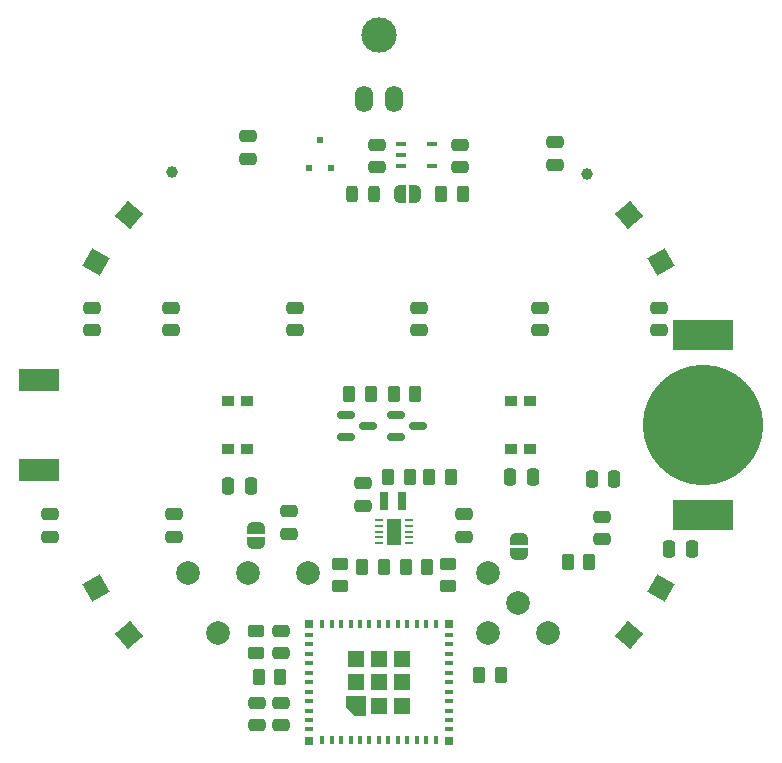
<source format=gbr>
%TF.GenerationSoftware,KiCad,Pcbnew,(6.0.7-1)-1*%
%TF.CreationDate,2022-12-12T20:47:58-08:00*%
%TF.ProjectId,ChristmasCountdown2022,43687269-7374-46d6-9173-436f756e7464,rev?*%
%TF.SameCoordinates,Original*%
%TF.FileFunction,Soldermask,Bot*%
%TF.FilePolarity,Negative*%
%FSLAX46Y46*%
G04 Gerber Fmt 4.6, Leading zero omitted, Abs format (unit mm)*
G04 Created by KiCad (PCBNEW (6.0.7-1)-1) date 2022-12-12 20:47:58*
%MOMM*%
%LPD*%
G01*
G04 APERTURE LIST*
G04 Aperture macros list*
%AMRoundRect*
0 Rectangle with rounded corners*
0 $1 Rounding radius*
0 $2 $3 $4 $5 $6 $7 $8 $9 X,Y pos of 4 corners*
0 Add a 4 corners polygon primitive as box body*
4,1,4,$2,$3,$4,$5,$6,$7,$8,$9,$2,$3,0*
0 Add four circle primitives for the rounded corners*
1,1,$1+$1,$2,$3*
1,1,$1+$1,$4,$5*
1,1,$1+$1,$6,$7*
1,1,$1+$1,$8,$9*
0 Add four rect primitives between the rounded corners*
20,1,$1+$1,$2,$3,$4,$5,0*
20,1,$1+$1,$4,$5,$6,$7,0*
20,1,$1+$1,$6,$7,$8,$9,0*
20,1,$1+$1,$8,$9,$2,$3,0*%
%AMRotRect*
0 Rectangle, with rotation*
0 The origin of the aperture is its center*
0 $1 length*
0 $2 width*
0 $3 Rotation angle, in degrees counterclockwise*
0 Add horizontal line*
21,1,$1,$2,0,0,$3*%
%AMFreePoly0*
4,1,22,0.500000,-0.750000,0.000000,-0.750000,0.000000,-0.745033,-0.079941,-0.743568,-0.215256,-0.701293,-0.333266,-0.622738,-0.424486,-0.514219,-0.481581,-0.384460,-0.499164,-0.250000,-0.500000,-0.250000,-0.500000,0.250000,-0.499164,0.250000,-0.499963,0.256109,-0.478152,0.396186,-0.417904,0.524511,-0.324060,0.630769,-0.204165,0.706417,-0.067858,0.745374,0.000000,0.744959,0.000000,0.750000,
0.500000,0.750000,0.500000,-0.750000,0.500000,-0.750000,$1*%
%AMFreePoly1*
4,1,20,0.000000,0.744959,0.073905,0.744508,0.209726,0.703889,0.328688,0.626782,0.421226,0.519385,0.479903,0.390333,0.500000,0.250000,0.500000,-0.250000,0.499851,-0.262216,0.476331,-0.402017,0.414519,-0.529596,0.319384,-0.634700,0.198574,-0.708877,0.061801,-0.746166,0.000000,-0.745033,0.000000,-0.750000,-0.500000,-0.750000,-0.500000,0.750000,0.000000,0.750000,0.000000,0.744959,
0.000000,0.744959,$1*%
G04 Aperture macros list end*
%ADD10C,0.010000*%
%ADD11C,3.000000*%
%ADD12O,1.524000X2.240000*%
%ADD13RoundRect,0.250000X0.262500X0.450000X-0.262500X0.450000X-0.262500X-0.450000X0.262500X-0.450000X0*%
%ADD14RoundRect,0.250000X0.475000X-0.250000X0.475000X0.250000X-0.475000X0.250000X-0.475000X-0.250000X0*%
%ADD15RoundRect,0.250000X0.250000X0.475000X-0.250000X0.475000X-0.250000X-0.475000X0.250000X-0.475000X0*%
%ADD16RotRect,1.700000X1.700000X240.000000*%
%ADD17RoundRect,0.250000X-0.450000X0.262500X-0.450000X-0.262500X0.450000X-0.262500X0.450000X0.262500X0*%
%ADD18RoundRect,0.150000X-0.587500X-0.150000X0.587500X-0.150000X0.587500X0.150000X-0.587500X0.150000X0*%
%ADD19RotRect,1.700000X1.700000X50.000000*%
%ADD20RoundRect,0.250000X-0.250000X-0.475000X0.250000X-0.475000X0.250000X0.475000X-0.250000X0.475000X0*%
%ADD21RotRect,1.700000X1.700000X60.000000*%
%ADD22C,1.000000*%
%ADD23RotRect,1.700000X1.700000X300.000000*%
%ADD24FreePoly0,180.000000*%
%ADD25FreePoly1,180.000000*%
%ADD26RoundRect,0.250000X-0.475000X0.250000X-0.475000X-0.250000X0.475000X-0.250000X0.475000X0.250000X0*%
%ADD27RotRect,1.700000X1.700000X310.000000*%
%ADD28R,0.800000X0.400000*%
%ADD29R,0.400000X0.800000*%
%ADD30R,1.450000X1.450000*%
%ADD31R,0.700000X0.700000*%
%ADD32FreePoly1,270.000000*%
%ADD33FreePoly0,270.000000*%
%ADD34R,3.403600X1.843799*%
%ADD35C,2.000000*%
%ADD36R,0.508000X0.504800*%
%ADD37R,0.921499X0.431800*%
%ADD38R,0.800000X1.500000*%
%ADD39R,1.000000X0.900000*%
%ADD40RoundRect,0.250000X-0.262500X-0.450000X0.262500X-0.450000X0.262500X0.450000X-0.262500X0.450000X0*%
%ADD41R,5.100000X2.500000*%
%ADD42C,10.200000*%
%ADD43FreePoly0,90.000000*%
%ADD44FreePoly1,90.000000*%
%ADD45RoundRect,0.243750X-0.243750X-0.456250X0.243750X-0.456250X0.243750X0.456250X-0.243750X0.456250X0*%
%ADD46RotRect,1.700000X1.700000X230.000000*%
%ADD47R,0.711200X0.254000*%
%ADD48R,1.295400X2.200000*%
G04 APERTURE END LIST*
%TO.C,U2*%
G36*
X148850000Y-124560000D02*
G01*
X147860000Y-124560000D01*
X147200000Y-123900000D01*
X147200000Y-122910000D01*
X148850000Y-122910000D01*
X148850000Y-124560000D01*
G37*
D10*
X148850000Y-124560000D02*
X147860000Y-124560000D01*
X147200000Y-123900000D01*
X147200000Y-122910000D01*
X148850000Y-122910000D01*
X148850000Y-124560000D01*
%TD*%
D11*
%TO.C,U4*%
X150000000Y-67000000D03*
%TD*%
D12*
%TO.C,J1*%
X148730000Y-72378010D03*
X151270000Y-72378010D03*
%TD*%
D13*
%TO.C,R8*%
X167815900Y-111582200D03*
X165990900Y-111582200D03*
%TD*%
D14*
%TO.C,C9*%
X163675000Y-91950000D03*
X163675000Y-90050000D03*
%TD*%
D15*
%TO.C,C10*%
X176464000Y-110490000D03*
X174564000Y-110490000D03*
%TD*%
D16*
%TO.C,J5*%
X173920000Y-113810000D03*
%TD*%
D14*
%TO.C,C11*%
X173675000Y-91950000D03*
X173675000Y-90050000D03*
%TD*%
D17*
%TO.C,R7*%
X146675000Y-111787500D03*
X146675000Y-113612500D03*
%TD*%
D18*
%TO.C,Q2*%
X151437500Y-101000000D03*
X151437500Y-99100000D03*
X153312500Y-100050000D03*
%TD*%
D19*
%TO.C,J6*%
X128840000Y-82240000D03*
%TD*%
D20*
%TO.C,C17*%
X161110000Y-104350000D03*
X163010000Y-104350000D03*
%TD*%
D21*
%TO.C,J8*%
X126080000Y-86190000D03*
%TD*%
D22*
%TO.C,FID3*%
X132500000Y-78600000D03*
%TD*%
D14*
%TO.C,C25*%
X148640800Y-106817200D03*
X148640800Y-104917200D03*
%TD*%
D23*
%TO.C,J2*%
X173920000Y-86190000D03*
%TD*%
D24*
%TO.C,JP3*%
X153075400Y-80441800D03*
D25*
X151775400Y-80441800D03*
%TD*%
D26*
%TO.C,C2*%
X142425000Y-107300000D03*
X142425000Y-109200000D03*
%TD*%
D27*
%TO.C,J13*%
X128840000Y-117760000D03*
%TD*%
D13*
%TO.C,R1*%
X157087500Y-80441800D03*
X155262500Y-80441800D03*
%TD*%
D14*
%TO.C,C12*%
X125675000Y-91950000D03*
X125675000Y-90050000D03*
%TD*%
D28*
%TO.C,U2*%
X144100000Y-125760000D03*
X144100000Y-124960000D03*
X144100000Y-124160000D03*
X144100000Y-123360000D03*
X144100000Y-122560000D03*
X144100000Y-121760000D03*
X144100000Y-120960000D03*
X144100000Y-120160000D03*
X144100000Y-119360000D03*
X144100000Y-118560000D03*
X144100000Y-117760000D03*
D29*
X145200000Y-116860000D03*
X146000000Y-116860000D03*
X146800000Y-116860000D03*
X147600000Y-116860000D03*
X148400000Y-116860000D03*
X149200000Y-116860000D03*
X150000000Y-116860000D03*
X150800000Y-116860000D03*
X151600000Y-116860000D03*
X152400000Y-116860000D03*
X153200000Y-116860000D03*
X154000000Y-116860000D03*
X154800000Y-116860000D03*
D28*
X155900000Y-117760000D03*
X155900000Y-118560000D03*
X155900000Y-119360000D03*
X155900000Y-120160000D03*
X155900000Y-120960000D03*
X155900000Y-121760000D03*
X155900000Y-122560000D03*
X155900000Y-123360000D03*
X155900000Y-124160000D03*
X155900000Y-124960000D03*
X155900000Y-125760000D03*
D29*
X154800000Y-126660000D03*
X154000000Y-126660000D03*
X153200000Y-126660000D03*
X152400000Y-126660000D03*
X151600000Y-126660000D03*
X150800000Y-126660000D03*
X150000000Y-126660000D03*
X149200000Y-126660000D03*
X148400000Y-126660000D03*
X147600000Y-126660000D03*
X146800000Y-126660000D03*
X146000000Y-126660000D03*
X145200000Y-126660000D03*
D30*
X150000000Y-123735000D03*
X151975000Y-123735000D03*
X151975000Y-121760000D03*
X151975000Y-119785000D03*
X150000000Y-119785000D03*
X148025000Y-119785000D03*
X148025000Y-121760000D03*
X150000000Y-121760000D03*
D31*
X155950000Y-126710000D03*
X155950000Y-116810000D03*
X144050000Y-116810000D03*
X144050000Y-126710000D03*
%TD*%
D23*
%TO.C,J10*%
X126080000Y-113810000D03*
%TD*%
D32*
%TO.C,JP2*%
X139573000Y-109997000D03*
D33*
X139573000Y-108697000D03*
%TD*%
D34*
%TO.C,X1*%
X121194000Y-103825499D03*
X121194000Y-96174501D03*
%TD*%
D17*
%TO.C,R4*%
X155875000Y-111787500D03*
X155875000Y-113612500D03*
%TD*%
D14*
%TO.C,C23*%
X141732000Y-125410000D03*
X141732000Y-123510000D03*
%TD*%
D35*
%TO.C,J9*%
X161798000Y-115062000D03*
%TD*%
D13*
%TO.C,R10*%
X160322900Y-121132600D03*
X158497900Y-121132600D03*
%TD*%
D36*
%TO.C,MOSFET1*%
X145960001Y-78262200D03*
X144059999Y-78262200D03*
X145010000Y-75877800D03*
%TD*%
D37*
%TO.C,U1*%
X151888749Y-78050001D03*
X151888749Y-77100000D03*
X151888749Y-76149999D03*
X154461251Y-76149999D03*
X154461251Y-78050001D03*
%TD*%
D35*
%TO.C,J14*%
X159258000Y-117602000D03*
%TD*%
D38*
%TO.C,Y1*%
X151970000Y-106430000D03*
X150470000Y-106430000D03*
%TD*%
D17*
%TO.C,R9*%
X139573000Y-117451500D03*
X139573000Y-119276500D03*
%TD*%
D35*
%TO.C,J12*%
X144018000Y-112522000D03*
%TD*%
D39*
%TO.C,S1*%
X161200000Y-97950000D03*
X161200000Y-102050000D03*
X162800000Y-97950000D03*
X162800000Y-102050000D03*
%TD*%
D40*
%TO.C,C20*%
X154262500Y-104350000D03*
X156087500Y-104350000D03*
%TD*%
D26*
%TO.C,C14*%
X156875000Y-76250000D03*
X156875000Y-78150000D03*
%TD*%
D41*
%TO.C,BT1*%
X177425000Y-107600000D03*
X177425000Y-92400000D03*
D42*
X177425000Y-100000000D03*
%TD*%
D14*
%TO.C,C3*%
X142925000Y-91950000D03*
X142925000Y-90050000D03*
%TD*%
D35*
%TO.C,IO0*%
X136398000Y-117602000D03*
%TD*%
D14*
%TO.C,C24*%
X139700000Y-125410000D03*
X139700000Y-123510000D03*
%TD*%
D13*
%TO.C,R6*%
X149287500Y-97350000D03*
X147462500Y-97350000D03*
%TD*%
D35*
%TO.C,IO5*%
X138938000Y-112522000D03*
%TD*%
D26*
%TO.C,C5*%
X157175000Y-107550000D03*
X157175000Y-109450000D03*
%TD*%
D40*
%TO.C,R3*%
X148587500Y-112000000D03*
X150412500Y-112000000D03*
%TD*%
D14*
%TO.C,C13*%
X138925000Y-77450000D03*
X138925000Y-75550000D03*
%TD*%
%TO.C,C22*%
X141732000Y-119314000D03*
X141732000Y-117414000D03*
%TD*%
D26*
%TO.C,C8*%
X168910000Y-107760000D03*
X168910000Y-109660000D03*
%TD*%
D20*
%TO.C,C21*%
X168025000Y-104550000D03*
X169925000Y-104550000D03*
%TD*%
D35*
%TO.C,J7*%
X164338000Y-117602000D03*
%TD*%
D43*
%TO.C,JP1*%
X161848800Y-110911400D03*
D44*
X161848800Y-109611400D03*
%TD*%
D14*
%TO.C,C15*%
X164925000Y-77950000D03*
X164925000Y-76050000D03*
%TD*%
D40*
%TO.C,R11*%
X139803500Y-121335800D03*
X141628500Y-121335800D03*
%TD*%
D14*
%TO.C,C7*%
X149875000Y-78150000D03*
X149875000Y-76250000D03*
%TD*%
D26*
%TO.C,C4*%
X132675000Y-107550000D03*
X132675000Y-109450000D03*
%TD*%
%TO.C,C1*%
X122175000Y-107550000D03*
X122175000Y-109450000D03*
%TD*%
D45*
%TO.C,D13*%
X147728700Y-80441800D03*
X149603700Y-80441800D03*
%TD*%
D39*
%TO.C,S2*%
X137200000Y-97950000D03*
X137200000Y-102050000D03*
X138800000Y-97950000D03*
X138800000Y-102050000D03*
%TD*%
D35*
%TO.C,IO4*%
X133858000Y-112522000D03*
%TD*%
D20*
%TO.C,C18*%
X137226000Y-105156000D03*
X139126000Y-105156000D03*
%TD*%
D22*
%TO.C,FID4*%
X167600000Y-78700000D03*
%TD*%
D46*
%TO.C,J4*%
X171160000Y-117760000D03*
%TD*%
D14*
%TO.C,C16*%
X132425000Y-91950000D03*
X132425000Y-90050000D03*
%TD*%
D13*
%TO.C,C19*%
X152587500Y-104350000D03*
X150762500Y-104350000D03*
%TD*%
%TO.C,R2*%
X154075000Y-112000000D03*
X152250000Y-112000000D03*
%TD*%
%TO.C,R5*%
X153087500Y-97350000D03*
X151262500Y-97350000D03*
%TD*%
D18*
%TO.C,Q1*%
X147237500Y-101000000D03*
X147237500Y-99100000D03*
X149112500Y-100050000D03*
%TD*%
D27*
%TO.C,J3*%
X171160000Y-82240000D03*
%TD*%
D35*
%TO.C,J11*%
X159258000Y-112522000D03*
%TD*%
D47*
%TO.C,U3*%
X152570400Y-107999748D03*
X152570400Y-108499874D03*
X152570400Y-109000000D03*
X152570400Y-109500126D03*
X152570400Y-110000252D03*
X149979600Y-110000252D03*
X149979600Y-109500126D03*
X149979600Y-109000000D03*
X149979600Y-108499874D03*
X149979600Y-107999748D03*
D48*
X151275000Y-109000000D03*
%TD*%
D14*
%TO.C,C6*%
X153425000Y-91950000D03*
X153425000Y-90050000D03*
%TD*%
M02*

</source>
